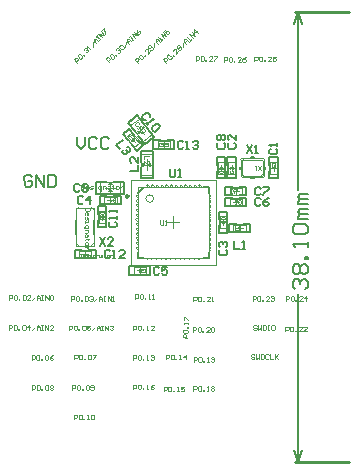
<source format=gto>
G04 Layer_Color=65535*
%FSAX25Y25*%
%MOIN*%
G70*
G01*
G75*
%ADD24C,0.01000*%
%ADD26C,0.00600*%
%ADD29C,0.00800*%
%ADD31C,0.00200*%
%ADD32C,0.00300*%
%ADD33C,0.00394*%
%ADD37C,0.00984*%
%ADD38C,0.00787*%
%ADD39C,0.00276*%
D24*
X0040700Y-0080000D02*
X0058700D01*
X0040700Y0070000D02*
X0058700D01*
D26*
X-0025626Y0013468D02*
X-0021984D01*
X-0020016D02*
X-0016374D01*
X-0025626Y0009532D02*
X-0021984D01*
X-0020016D02*
X-0016374D01*
Y0013468D01*
X-0025626Y0009532D02*
Y0013468D01*
X-0002216Y0024522D02*
X0000343D01*
X-0006744D02*
X-0004185D01*
X-0002216Y0027278D02*
X0000343D01*
X-0006744D02*
X-0004185D01*
X-0006744Y0024522D02*
Y0027278D01*
X0000343Y0024522D02*
Y0027278D01*
X0030651Y0017864D02*
Y0018337D01*
X0025769Y0014636D02*
X0027029D01*
X0022147Y0017864D02*
Y0018337D01*
X0025769Y0021565D02*
X0027029D01*
X-0012276Y0023820D02*
X-0010165Y0025591D01*
X-0016831Y0029249D02*
X-0014720Y0031020D01*
X-0013075Y0029060D01*
X-0011809Y0027552D02*
X-0010165Y0025591D01*
X-0016831Y0029249D02*
X-0015186Y0027288D01*
X-0013920Y0025780D02*
X-0012276Y0023820D01*
X-0010869Y0014594D02*
Y0018236D01*
Y0020205D02*
Y0023846D01*
X-0006932Y0014594D02*
Y0018236D01*
Y0020205D02*
Y0023846D01*
X-0010869Y0014594D02*
X-0006932D01*
X-0010869Y0023846D02*
X-0006932D01*
X0025643Y-0003378D02*
Y-0000622D01*
X0018556Y-0003378D02*
Y-0000622D01*
X0021115D01*
X0023084D02*
X0025643D01*
X0018556Y-0003378D02*
X0021115D01*
X0023084D02*
X0025643D01*
X-0025178Y-0001743D02*
Y0000816D01*
Y0002785D02*
Y0005344D01*
X-0022422Y-0001743D02*
Y0000816D01*
Y0002785D02*
Y0005344D01*
X-0025178D02*
X-0022422D01*
X-0025178Y-0001743D02*
X-0022422D01*
X-0011672Y0028801D02*
X-0009332Y0026011D01*
X-0015279Y0033098D02*
X-0012938Y0030309D01*
X-0008657Y0031331D02*
X-0006316Y0028542D01*
X-0012263Y0035629D02*
X-0009922Y0032839D01*
X-0015279Y0033098D02*
X-0012263Y0035629D01*
X-0009332Y0026011D02*
X-0006316Y0028542D01*
X0017278Y0019085D02*
Y0021644D01*
Y0014557D02*
Y0017116D01*
X0014522Y0019085D02*
Y0021644D01*
Y0014557D02*
Y0017116D01*
Y0014557D02*
X0017278D01*
X0014522Y0021644D02*
X0017278D01*
X0021784Y0008922D02*
X0024343D01*
X0017256D02*
X0019815D01*
X0021784Y0011678D02*
X0024343D01*
X0017256D02*
X0019815D01*
X0017256Y0008922D02*
Y0011678D01*
X0024343Y0008922D02*
Y0011678D01*
X0017257Y0008178D02*
X0019816D01*
X0021785D02*
X0024344D01*
X0017257Y0005422D02*
X0019816D01*
X0021785D02*
X0024344D01*
Y0008178D01*
X0017257Y0005422D02*
Y0008178D01*
X-0014743Y-0014722D02*
X-0012184D01*
X-0010215D02*
X-0007656D01*
X-0014743Y-0017478D02*
X-0012184D01*
X-0010215D02*
X-0007656D01*
Y-0014722D01*
X-0014743Y-0017478D02*
Y-0014722D01*
X-0024543Y0008778D02*
X-0021984D01*
X-0020015D02*
X-0017456D01*
X-0024543Y0006022D02*
X-0021984D01*
X-0020015D02*
X-0017456D01*
Y0008778D01*
X-0024543Y0006022D02*
Y0008778D01*
X0015122Y-0003543D02*
Y-0000984D01*
Y0000985D02*
Y0003544D01*
X0017878Y-0003543D02*
Y-0000984D01*
Y0000985D02*
Y0003544D01*
X0015122D02*
X0017878D01*
X0015122Y-0003543D02*
X0017878D01*
X0020778Y0019085D02*
Y0021644D01*
Y0014557D02*
Y0017116D01*
X0018022Y0019085D02*
Y0021644D01*
Y0014557D02*
Y0017116D01*
Y0014557D02*
X0020778D01*
X0018022Y0021644D02*
X0020778D01*
X0032021Y0014558D02*
Y0017117D01*
Y0019085D02*
Y0021644D01*
X0034777Y0014558D02*
Y0017117D01*
Y0019085D02*
Y0021644D01*
X0032021D02*
X0034777D01*
X0032021Y0014558D02*
X0034777D01*
X-0032943Y-0009222D02*
X-0030384D01*
X-0028415D02*
X-0025856D01*
X-0032943Y-0011978D02*
X-0030384D01*
X-0028415D02*
X-0025856D01*
Y-0009222D01*
X-0032943Y-0011978D02*
Y-0009222D01*
X0003299Y0026749D02*
X0002850Y0027199D01*
X0001950D01*
X0001500Y0026749D01*
Y0024950D01*
X0001950Y0024500D01*
X0002850D01*
X0003299Y0024950D01*
X0004199Y0024500D02*
X0005099D01*
X0004649D01*
Y0027199D01*
X0004199Y0026749D01*
X0006448D02*
X0006898Y0027199D01*
X0007798D01*
X0008248Y0026749D01*
Y0026299D01*
X0007798Y0025850D01*
X0007348D01*
X0007798D01*
X0008248Y0025400D01*
Y0024950D01*
X0007798Y0024500D01*
X0006898D01*
X0006448Y0024950D01*
X-0021149Y0000099D02*
X-0021599Y-0000350D01*
Y-0001250D01*
X-0021149Y-0001700D01*
X-0019350D01*
X-0018900Y-0001250D01*
Y-0000350D01*
X-0019350Y0000099D01*
X-0018900Y0000999D02*
Y0001899D01*
Y0001449D01*
X-0021599D01*
X-0021149Y0000999D01*
X-0018900Y0003248D02*
Y0004148D01*
Y0003698D01*
X-0021599D01*
X-0021149Y0003248D01*
X-0024600Y-0005101D02*
X-0022801Y-0007800D01*
Y-0005101D02*
X-0024600Y-0007800D01*
X-0020101D02*
X-0021901D01*
X-0020101Y-0006001D01*
Y-0005551D01*
X-0020551Y-0005101D01*
X-0021451D01*
X-0021901Y-0005551D01*
X0015625Y-0009182D02*
X0015175Y-0009632D01*
Y-0010531D01*
X0015625Y-0010981D01*
X0017424D01*
X0017874Y-0010531D01*
Y-0009632D01*
X0017424Y-0009182D01*
X0015625Y-0008282D02*
X0015175Y-0007832D01*
Y-0006933D01*
X0015625Y-0006483D01*
X0016075D01*
X0016525Y-0006933D01*
Y-0007382D01*
Y-0006933D01*
X0016975Y-0006483D01*
X0017424D01*
X0017874Y-0006933D01*
Y-0007832D01*
X0017424Y-0008282D01*
X0020274Y-0006282D02*
Y-0008981D01*
X0022074D01*
X0022973D02*
X0023873D01*
X0023423D01*
Y-0006282D01*
X0022973Y-0006732D01*
X-0001100Y0017799D02*
Y0015550D01*
X-0000650Y0015100D01*
X0000250D01*
X0000699Y0015550D01*
Y0017799D01*
X0001599Y0015100D02*
X0002499D01*
X0002049D01*
Y0017799D01*
X0001599Y0017349D01*
X0018525Y0026347D02*
X0018075Y0025897D01*
Y0024998D01*
X0018525Y0024548D01*
X0020325D01*
X0020774Y0024998D01*
Y0025897D01*
X0020325Y0026347D01*
X0020774Y0029046D02*
Y0027247D01*
X0018975Y0029046D01*
X0018525D01*
X0018075Y0028597D01*
Y0027697D01*
X0018525Y0027247D01*
X0029074Y0007696D02*
X0028625Y0008146D01*
X0027725D01*
X0027275Y0007696D01*
Y0005897D01*
X0027725Y0005447D01*
X0028625D01*
X0029074Y0005897D01*
X0031774Y0008146D02*
X0030874Y0007696D01*
X0029974Y0006797D01*
Y0005897D01*
X0030424Y0005447D01*
X0031324D01*
X0031774Y0005897D01*
Y0006347D01*
X0031324Y0006797D01*
X0029974D01*
X-0031226Y0012368D02*
X-0031676Y0012818D01*
X-0032576D01*
X-0033026Y0012368D01*
Y0010569D01*
X-0032576Y0010119D01*
X-0031676D01*
X-0031226Y0010569D01*
X-0030327D02*
X-0029877Y0010119D01*
X-0028977D01*
X-0028527Y0010569D01*
Y0012368D01*
X-0028977Y0012818D01*
X-0029877D01*
X-0030327Y0012368D01*
Y0011918D01*
X-0029877Y0011468D01*
X-0028527D01*
X0015025Y0026347D02*
X0014575Y0025897D01*
Y0024998D01*
X0015025Y0024548D01*
X0016825D01*
X0017274Y0024998D01*
Y0025897D01*
X0016825Y0026347D01*
X0015025Y0027247D02*
X0014575Y0027697D01*
Y0028597D01*
X0015025Y0029046D01*
X0015475D01*
X0015925Y0028597D01*
X0016375Y0029046D01*
X0016825D01*
X0017274Y0028597D01*
Y0027697D01*
X0016825Y0027247D01*
X0016375D01*
X0015925Y0027697D01*
X0015475Y0027247D01*
X0015025D01*
X0015925Y0027697D02*
Y0028597D01*
X0024499Y0025600D02*
X0026299Y0022901D01*
Y0025600D02*
X0024499Y0022901D01*
X0027198D02*
X0028098D01*
X0027648D01*
Y0025600D01*
X0027198Y0025150D01*
X0032450Y0024500D02*
X0032000Y0024050D01*
Y0023151D01*
X0032450Y0022701D01*
X0034249D01*
X0034699Y0023151D01*
Y0024050D01*
X0034249Y0024500D01*
X0034699Y0025400D02*
Y0026300D01*
Y0025850D01*
X0032000D01*
X0032450Y0025400D01*
X0029074Y0011197D02*
X0028625Y0011646D01*
X0027725D01*
X0027275Y0011197D01*
Y0009397D01*
X0027725Y0008947D01*
X0028625D01*
X0029074Y0009397D01*
X0029974Y0011646D02*
X0031774D01*
Y0011197D01*
X0029974Y0009397D01*
Y0008947D01*
X-0004701Y-0015282D02*
X-0005151Y-0014832D01*
X-0006050D01*
X-0006500Y-0015282D01*
Y-0017081D01*
X-0006050Y-0017531D01*
X-0005151D01*
X-0004701Y-0017081D01*
X-0002002Y-0014832D02*
X-0003801D01*
Y-0016182D01*
X-0002902Y-0015732D01*
X-0002452D01*
X-0002002Y-0016182D01*
Y-0017081D01*
X-0002452Y-0017531D01*
X-0003351D01*
X-0003801Y-0017081D01*
X-0030126Y0008268D02*
X-0030576Y0008718D01*
X-0031476D01*
X-0031926Y0008268D01*
Y0006469D01*
X-0031476Y0006019D01*
X-0030576D01*
X-0030126Y0006469D01*
X-0027877Y0006019D02*
Y0008718D01*
X-0029227Y0007368D01*
X-0027427D01*
X-0014499Y0017120D02*
X-0011800D01*
Y0018920D01*
Y0021619D02*
Y0019819D01*
X-0013599Y0021619D01*
X-0014049D01*
X-0014499Y0021169D01*
Y0020269D01*
X-0014049Y0019819D01*
X-0016932Y0027535D02*
X-0019000Y0025800D01*
X-0017843Y0024422D01*
X-0015542Y0025178D02*
X-0014908Y0025123D01*
X-0014330Y0024433D01*
X-0014385Y0023800D01*
X-0014730Y0023511D01*
X-0015364Y0023566D01*
X-0015653Y0023911D01*
X-0015364Y0023566D01*
X-0015419Y0022932D01*
X-0015764Y0022643D01*
X-0016398Y0022698D01*
X-0016976Y0023388D01*
X-0016920Y0024022D01*
X-0007820Y0035167D02*
X-0007765Y0035801D01*
X-0008343Y0036490D01*
X-0008977Y0036546D01*
X-0010355Y0035389D01*
X-0010411Y0034755D01*
X-0009832Y0034066D01*
X-0009199Y0034011D01*
X-0008965Y0033032D02*
X-0008387Y0032343D01*
X-0008676Y0032688D01*
X-0006608Y0034423D01*
X-0007242Y0034478D01*
X-0005796Y0032755D02*
X-0005162Y0032700D01*
X-0004584Y0032010D01*
X-0004640Y0031377D01*
X-0006018Y0030220D01*
X-0006652Y0030275D01*
X-0007230Y0030965D01*
X-0007175Y0031598D01*
X-0005796Y0032755D01*
X-0021126Y-0009732D02*
X-0021576Y-0009282D01*
X-0022476D01*
X-0022926Y-0009732D01*
Y-0011531D01*
X-0022476Y-0011981D01*
X-0021576D01*
X-0021126Y-0011531D01*
X-0020227Y-0011981D02*
X-0019327D01*
X-0019777D01*
Y-0009282D01*
X-0020227Y-0009732D01*
X-0016178Y-0011981D02*
X-0017977D01*
X-0016178Y-0010182D01*
Y-0009732D01*
X-0016628Y-0009282D01*
X-0017527D01*
X-0017977Y-0009732D01*
X0040634Y-0022428D02*
X0039801Y-0021595D01*
Y-0019929D01*
X0040634Y-0019096D01*
X0041467D01*
X0042300Y-0019929D01*
Y-0020762D01*
Y-0019929D01*
X0043133Y-0019096D01*
X0043966D01*
X0044799Y-0019929D01*
Y-0021595D01*
X0043966Y-0022428D01*
X0040634Y-0017430D02*
X0039801Y-0016597D01*
Y-0014931D01*
X0040634Y-0014098D01*
X0041467D01*
X0042300Y-0014931D01*
X0043133Y-0014098D01*
X0043966D01*
X0044799Y-0014931D01*
Y-0016597D01*
X0043966Y-0017430D01*
X0043133D01*
X0042300Y-0016597D01*
X0041467Y-0017430D01*
X0040634D01*
X0042300Y-0016597D02*
Y-0014931D01*
X0044799Y-0012431D02*
X0043966D01*
Y-0011598D01*
X0044799D01*
Y-0012431D01*
Y-0008266D02*
Y-0006600D01*
Y-0007433D01*
X0039801D01*
X0040634Y-0008266D01*
Y-0004101D02*
X0039801Y-0003268D01*
Y-0001602D01*
X0040634Y-0000769D01*
X0043966D01*
X0044799Y-0001602D01*
Y-0003268D01*
X0043966Y-0004101D01*
X0040634D01*
X0044799Y0000898D02*
X0041467D01*
Y0001731D01*
X0042300Y0002564D01*
X0044799D01*
X0042300D01*
X0041467Y0003397D01*
X0042300Y0004230D01*
X0044799D01*
Y0005896D02*
X0041467D01*
Y0006729D01*
X0042300Y0007562D01*
X0044799D01*
X0042300D01*
X0041467Y0008395D01*
X0042300Y0009228D01*
X0044799D01*
D29*
X0041700Y-0080000D02*
Y-0024028D01*
Y0010828D02*
Y0070000D01*
Y-0080000D02*
X0043033Y-0076000D01*
X0040367D02*
X0041700Y-0080000D01*
X0040367Y0066000D02*
X0041700Y0070000D01*
X0043033Y0066000D01*
D31*
X-0031471Y-0010483D02*
X-0031467Y-0011683D01*
X-0030867Y-0011681D01*
X-0030668Y-0011480D01*
X-0030670Y-0010680D01*
X-0030871Y-0010481D01*
X-0031471Y-0010483D01*
X-0029667Y-0011677D02*
X-0030067Y-0011678D01*
X-0030268Y-0011479D01*
X-0030269Y-0011079D01*
X-0030070Y-0010878D01*
X-0029670Y-0010877D01*
X-0029470Y-0011076D01*
X-0029469Y-0011276D01*
X-0030269Y-0011279D01*
X-0029068Y-0011675D02*
X-0028468Y-0011673D01*
X-0028269Y-0011472D01*
X-0028469Y-0011273D01*
X-0028869Y-0011274D01*
X-0029070Y-0011075D01*
X-0028870Y-0010874D01*
X-0028271Y-0010872D01*
X-0027868Y-0011671D02*
X-0027468Y-0011670D01*
X-0027668Y-0011670D01*
X-0027671Y-0010870D01*
X-0027871Y-0010871D01*
X-0026467Y-0012066D02*
X-0026267Y-0012065D01*
X-0026068Y-0011865D01*
X-0026071Y-0010865D01*
X-0026671Y-0010867D01*
X-0026870Y-0011068D01*
X-0026869Y-0011468D01*
X-0026669Y-0011667D01*
X-0026069Y-0011665D01*
X-0025669Y-0011664D02*
X-0025671Y-0010864D01*
X-0025072Y-0010862D01*
X-0024871Y-0011061D01*
X-0024869Y-0011661D01*
X-0024272Y-0010859D02*
X-0023872Y-0010858D01*
X-0023672Y-0011057D01*
X-0023670Y-0011657D01*
X-0024269Y-0011659D01*
X-0024470Y-0011460D01*
X-0024271Y-0011259D01*
X-0023671Y-0011257D01*
X-0023073Y-0010655D02*
X-0023072Y-0010855D01*
X-0023272Y-0010856D01*
X-0022872Y-0010855D01*
X-0023072Y-0010855D01*
X-0023070Y-0011455D01*
X-0022870Y-0011654D01*
X-0022070Y-0011652D02*
X-0021670Y-0011650D01*
X-0021471Y-0011450D01*
X-0021472Y-0011050D01*
X-0021673Y-0010851D01*
X-0022073Y-0010852D01*
X-0022272Y-0011052D01*
X-0022271Y-0011452D01*
X-0022070Y-0011652D01*
X-0021073Y-0010849D02*
X-0021070Y-0011648D01*
X-0021072Y-0011248D01*
X-0020872Y-0011048D01*
X-0020673Y-0010847D01*
X-0020473Y-0010847D01*
X-0004100Y0026300D02*
X-0004300Y0026500D01*
X-0004700D01*
X-0004900Y0026300D01*
Y0025500D01*
X-0004700Y0025300D01*
X-0004300D01*
X-0004100Y0025500D01*
X-0003700Y0025300D02*
X-0003300D01*
X-0003500D01*
Y0026500D01*
X-0003700Y0026300D01*
X-0002701D02*
X-0002501Y0026500D01*
X-0002101D01*
X-0001901Y0026300D01*
Y0026100D01*
X-0002101Y0025900D01*
X-0002301D01*
X-0002101D01*
X-0001901Y0025700D01*
Y0025500D01*
X-0002101Y0025300D01*
X-0002501D01*
X-0002701Y0025500D01*
X-0014131Y0029108D02*
X-0015049Y0028337D01*
X-0014536Y0027724D01*
X-0013513Y0028060D02*
X-0013231Y0028036D01*
X-0012974Y0027729D01*
X-0012999Y0027448D01*
X-0013152Y0027319D01*
X-0013433Y0027344D01*
X-0013562Y0027497D01*
X-0013433Y0027344D01*
X-0013458Y0027062D01*
X-0013611Y0026934D01*
X-0013893Y0026958D01*
X-0014150Y0027264D01*
X-0014125Y0027546D01*
X0020400Y-0001400D02*
Y-0002600D01*
X0021200D01*
X0021600D02*
X0022000D01*
X0021800D01*
Y-0001400D01*
X0021600Y-0001600D01*
X-0023400Y0002700D02*
X-0023200Y0002900D01*
Y0003300D01*
X-0023400Y0003500D01*
X-0024200D01*
X-0024400Y0003300D01*
Y0002900D01*
X-0024200Y0002700D01*
X-0024400Y0002300D02*
Y0001901D01*
Y0002101D01*
X-0023200D01*
X-0023400Y0002300D01*
X-0024400Y0001301D02*
Y0000901D01*
Y0001101D01*
X-0023200D01*
X-0023400Y0001301D01*
X0015500Y0017200D02*
X0015300Y0017000D01*
Y0016601D01*
X0015500Y0016401D01*
X0016299D01*
X0016499Y0016601D01*
Y0017000D01*
X0016299Y0017200D01*
X0015500Y0017600D02*
X0015300Y0017800D01*
Y0018200D01*
X0015500Y0018400D01*
X0015700D01*
X0015900Y0018200D01*
X0016100Y0018400D01*
X0016299D01*
X0016499Y0018200D01*
Y0017800D01*
X0016299Y0017600D01*
X0016100D01*
X0015900Y0017800D01*
X0015700Y0017600D01*
X0015500D01*
X0015900Y0017800D02*
Y0018200D01*
X0019900Y0010700D02*
X0019700Y0010900D01*
X0019300D01*
X0019100Y0010700D01*
Y0009900D01*
X0019300Y0009700D01*
X0019700D01*
X0019900Y0009900D01*
X0020300Y0010900D02*
X0021099D01*
Y0010700D01*
X0020300Y0009900D01*
Y0009700D01*
X0021700Y0006400D02*
X0021900Y0006200D01*
X0022300D01*
X0022500Y0006400D01*
Y0007200D01*
X0022300Y0007400D01*
X0021900D01*
X0021700Y0007200D01*
X0020501Y0006200D02*
X0020900Y0006400D01*
X0021300Y0006800D01*
Y0007200D01*
X0021101Y0007400D01*
X0020701D01*
X0020501Y0007200D01*
Y0007000D01*
X0020701Y0006800D01*
X0021300D01*
X-0010300Y-0016500D02*
X-0010100Y-0016700D01*
X-0009700D01*
X-0009500Y-0016500D01*
Y-0015700D01*
X-0009700Y-0015500D01*
X-0010100D01*
X-0010300Y-0015700D01*
X-0011499Y-0016700D02*
X-0010700D01*
Y-0016100D01*
X-0011100Y-0016300D01*
X-0011299D01*
X-0011499Y-0016100D01*
Y-0015700D01*
X-0011299Y-0015500D01*
X-0010900D01*
X-0010700Y-0015700D01*
X-0020100Y0007000D02*
X-0019900Y0006800D01*
X-0019500D01*
X-0019300Y0007000D01*
Y0007800D01*
X-0019500Y0008000D01*
X-0019900D01*
X-0020100Y0007800D01*
X-0021099Y0008000D02*
Y0006800D01*
X-0020500Y0007400D01*
X-0021299D01*
X0016900Y0000900D02*
X0017100Y0001100D01*
Y0001500D01*
X0016900Y0001700D01*
X0016100D01*
X0015900Y0001500D01*
Y0001100D01*
X0016100Y0000900D01*
X0016900Y0000500D02*
X0017100Y0000301D01*
Y-0000099D01*
X0016900Y-0000299D01*
X0016700D01*
X0016500Y-0000099D01*
Y0000100D01*
Y-0000099D01*
X0016300Y-0000299D01*
X0016100D01*
X0015900Y-0000099D01*
Y0000301D01*
X0016100Y0000500D01*
X0019000Y0017200D02*
X0018800Y0017000D01*
Y0016601D01*
X0019000Y0016401D01*
X0019799D01*
X0019999Y0016601D01*
Y0017000D01*
X0019799Y0017200D01*
X0019999Y0018400D02*
Y0017600D01*
X0019200Y0018400D01*
X0019000D01*
X0018800Y0018200D01*
Y0017800D01*
X0019000Y0017600D01*
X0033799Y0019001D02*
X0033999Y0019201D01*
Y0019601D01*
X0033799Y0019801D01*
X0032999D01*
X0032799Y0019601D01*
Y0019201D01*
X0032999Y0019001D01*
X0032799Y0018601D02*
Y0018201D01*
Y0018401D01*
X0033999D01*
X0033799Y0018601D01*
D32*
X-0027900Y0004799D02*
X-0029400D01*
Y0004050D01*
X-0029150Y0003799D01*
X-0028150D01*
X-0027900Y0004050D01*
Y0004799D01*
X-0029400Y0002550D02*
Y0003050D01*
X-0029150Y0003300D01*
X-0028650D01*
X-0028400Y0003050D01*
Y0002550D01*
X-0028650Y0002300D01*
X-0028900D01*
Y0003300D01*
X-0029400Y0001800D02*
Y0001050D01*
X-0029150Y0000800D01*
X-0028900Y0001050D01*
Y0001550D01*
X-0028650Y0001800D01*
X-0028400Y0001550D01*
Y0000800D01*
X-0029400Y0000301D02*
Y-0000199D01*
Y0000051D01*
X-0028400D01*
Y0000301D01*
X-0029900Y-0001449D02*
Y-0001699D01*
X-0029650Y-0001949D01*
X-0028400D01*
Y-0001199D01*
X-0028650Y-0000949D01*
X-0029150D01*
X-0029400Y-0001199D01*
Y-0001949D01*
Y-0002448D02*
X-0028400D01*
Y-0003198D01*
X-0028650Y-0003448D01*
X-0029400D01*
X-0028400Y-0004198D02*
Y-0004698D01*
X-0028650Y-0004948D01*
X-0029400D01*
Y-0004198D01*
X-0029150Y-0003948D01*
X-0028900Y-0004198D01*
Y-0004948D01*
X-0028150Y-0005697D02*
X-0028400D01*
Y-0005447D01*
Y-0005947D01*
Y-0005697D01*
X-0029150D01*
X-0029400Y-0005947D01*
Y-0006947D02*
Y-0007447D01*
X-0029150Y-0007697D01*
X-0028650D01*
X-0028400Y-0007447D01*
Y-0006947D01*
X-0028650Y-0006697D01*
X-0029150D01*
X-0029400Y-0006947D01*
X-0028400Y-0008197D02*
X-0029400D01*
X-0028900D01*
X-0028650Y-0008447D01*
X-0028400Y-0008697D01*
Y-0008946D01*
X-0030715Y0012472D02*
Y0010973D01*
X-0029965D01*
X-0029715Y0011223D01*
Y0012223D01*
X-0029965Y0012472D01*
X-0030715D01*
X-0028466Y0010973D02*
X-0028965D01*
X-0029215Y0011223D01*
Y0011723D01*
X-0028965Y0011973D01*
X-0028466D01*
X-0028216Y0011723D01*
Y0011473D01*
X-0029215D01*
X-0027716Y0010973D02*
X-0026966D01*
X-0026716Y0011223D01*
X-0026966Y0011473D01*
X-0027466D01*
X-0027716Y0011723D01*
X-0027466Y0011973D01*
X-0026716D01*
X-0026216Y0010973D02*
X-0025716D01*
X-0025966D01*
Y0011973D01*
X-0026216D01*
X-0024467Y0010473D02*
X-0024217D01*
X-0023967Y0010723D01*
Y0011973D01*
X-0024717D01*
X-0024967Y0011723D01*
Y0011223D01*
X-0024717Y0010973D01*
X-0023967D01*
X-0023467D02*
Y0011973D01*
X-0022717D01*
X-0022467Y0011723D01*
Y0010973D01*
X-0021718Y0011973D02*
X-0021218D01*
X-0020968Y0011723D01*
Y0010973D01*
X-0021718D01*
X-0021968Y0011223D01*
X-0021718Y0011473D01*
X-0020968D01*
X-0020218Y0012223D02*
Y0011973D01*
X-0020468D01*
X-0019968D01*
X-0020218D01*
Y0011223D01*
X-0019968Y0010973D01*
X-0018969D02*
X-0018469D01*
X-0018219Y0011223D01*
Y0011723D01*
X-0018469Y0011973D01*
X-0018969D01*
X-0019218Y0011723D01*
Y0011223D01*
X-0018969Y0010973D01*
X-0017719Y0011973D02*
Y0010973D01*
Y0011473D01*
X-0017469Y0011723D01*
X-0017219Y0011973D01*
X-0016969D01*
X0029155Y0017389D02*
X0028156Y0018888D01*
Y0017389D02*
X0029155Y0018888D01*
X0027656D02*
X0027156D01*
X0027406D01*
Y0017389D01*
X0027656Y0017639D01*
X-0004331Y0000712D02*
Y-0000538D01*
X-0004081Y-0000787D01*
X-0003581D01*
X-0003331Y-0000538D01*
Y0000712D01*
X-0002831Y-0000787D02*
X-0002331D01*
X-0002581D01*
Y0000712D01*
X-0002831Y0000462D01*
X-0008188Y0021976D02*
X-0009687D01*
Y0020977D01*
Y0019477D02*
Y0020477D01*
X-0008688Y0019477D01*
X-0008438D01*
X-0008188Y0019727D01*
Y0020227D01*
X-0008438Y0020477D01*
X-0011358Y0032565D02*
X-0011327Y0032917D01*
X-0011648Y0033300D01*
X-0012000Y0033331D01*
X-0012766Y0032688D01*
X-0012797Y0032336D01*
X-0012476Y0031953D01*
X-0012124Y0031922D01*
X-0011994Y0031379D02*
X-0011672Y0030996D01*
X-0011833Y0031187D01*
X-0010684Y0032151D01*
X-0011037Y0032182D01*
X-0010233Y0031225D02*
X-0009881Y0031194D01*
X-0009560Y0030811D01*
X-0009591Y0030459D01*
X-0010357Y0029816D01*
X-0010709Y0029847D01*
X-0011030Y0030230D01*
X-0010999Y0030582D01*
X-0010233Y0031225D01*
D33*
X0022856Y0014951D02*
G03*
X0022462Y0015345I-0000394J0000000D01*
G01*
Y0020857D02*
G03*
X0022856Y0021250I0000000J0000394D01*
G01*
X0029943D02*
G03*
X0030336Y0020857I0000394J0000000D01*
G01*
Y0015345D02*
G03*
X0029943Y0014951I0000000J-0000394D01*
G01*
X0023368Y0020739D02*
G03*
X0022974Y0020345I0000000J-0000394D01*
G01*
X0029825D02*
G03*
X0029431Y0020739I-0000394J0000000D01*
G01*
X0022974Y0015857D02*
G03*
X0023368Y0015463I0000394J0000000D01*
G01*
X0029431D02*
G03*
X0029825Y0015857I0000000J0000394D01*
G01*
X-0012090Y0007564D02*
G03*
X-0012090Y0006814I0000000J-0000375D01*
G01*
Y0005990D02*
G03*
X-0012090Y0005240I0000000J-0000375D01*
G01*
Y0004415D02*
G03*
X-0012090Y0003665I0000000J-0000375D01*
G01*
Y0002840D02*
G03*
X-0012090Y0002090I0000000J-0000375D01*
G01*
Y0001265D02*
G03*
X-0012090Y0000515I0000000J-0000375D01*
G01*
Y-0000310D02*
G03*
X-0012090Y-0001060I0000000J-0000375D01*
G01*
Y-0001884D02*
G03*
X-0012090Y-0002634I0000000J-0000375D01*
G01*
Y-0003459D02*
G03*
X-0012090Y-0004209I0000000J-0000375D01*
G01*
Y-0005034D02*
G03*
X-0012090Y-0005784I0000000J-0000375D01*
G01*
Y-0006609D02*
G03*
X-0012090Y-0007359I0000000J-0000375D01*
G01*
Y-0008184D02*
G03*
X-0012090Y-0008934I0000000J-0000375D01*
G01*
Y0009139D02*
G03*
X-0012090Y0008389I0000000J-0000375D01*
G01*
X-0006615Y0007874D02*
G03*
X-0006615Y0007874I-0001259J0000000D01*
G01*
X-0009139Y-0012090D02*
G03*
X-0008389Y-0012090I0000375J0000000D01*
G01*
X0008184D02*
G03*
X0008934Y-0012090I0000375J0000000D01*
G01*
X0006609D02*
G03*
X0007359Y-0012090I0000375J0000000D01*
G01*
X0005034D02*
G03*
X0005784Y-0012090I0000375J0000000D01*
G01*
X0003459Y-0012090D02*
G03*
X0004209Y-0012090I0000375J0000000D01*
G01*
X0001884D02*
G03*
X0002634Y-0012090I0000375J0000000D01*
G01*
X0000310D02*
G03*
X0001060Y-0012090I0000375J0000000D01*
G01*
X-0001265Y-0012090D02*
G03*
X-0000515Y-0012090I0000375J0000000D01*
G01*
X-0002840Y-0012090D02*
G03*
X-0002090Y-0012090I0000375J0000000D01*
G01*
X-0004415Y-0012090D02*
G03*
X-0003665Y-0012090I0000375J0000000D01*
G01*
X-0005990D02*
G03*
X-0005240Y-0012090I0000375J0000000D01*
G01*
X-0007564D02*
G03*
X-0006814Y-0012090I0000375J0000000D01*
G01*
X0012090Y-0009139D02*
G03*
X0012090Y-0008389I0000000J0000375D01*
G01*
Y0008184D02*
G03*
X0012090Y0008934I0000000J0000375D01*
G01*
Y0006609D02*
G03*
X0012090Y0007359I0000000J0000375D01*
G01*
Y0005034D02*
G03*
X0012090Y0005784I0000000J0000375D01*
G01*
X0012090Y0003459D02*
G03*
X0012090Y0004209I0000000J0000375D01*
G01*
Y0001884D02*
G03*
X0012090Y0002634I0000000J0000375D01*
G01*
Y0000310D02*
G03*
X0012090Y0001060I0000000J0000375D01*
G01*
X0012090Y-0001265D02*
G03*
X0012090Y-0000515I0000000J0000375D01*
G01*
X0012090Y-0002840D02*
G03*
X0012090Y-0002090I0000000J0000375D01*
G01*
X0012090Y-0004415D02*
G03*
X0012090Y-0003665I0000000J0000375D01*
G01*
Y-0005990D02*
G03*
X0012090Y-0005240I0000000J0000375D01*
G01*
Y-0007564D02*
G03*
X0012090Y-0006814I0000000J0000375D01*
G01*
X0009139Y0012090D02*
G03*
X0008389Y0012090I-0000375J0000000D01*
G01*
X-0008184D02*
G03*
X-0008934Y0012090I-0000375J0000000D01*
G01*
X-0006609D02*
G03*
X-0007359Y0012090I-0000375J0000000D01*
G01*
X-0005034D02*
G03*
X-0005784Y0012090I-0000375J0000000D01*
G01*
X-0003459Y0012090D02*
G03*
X-0004209Y0012090I-0000375J0000000D01*
G01*
X-0001884D02*
G03*
X-0002634Y0012090I-0000375J0000000D01*
G01*
X-0000310D02*
G03*
X-0001060Y0012090I-0000375J0000000D01*
G01*
X0001265Y0012090D02*
G03*
X0000515Y0012090I-0000375J0000000D01*
G01*
X0002840Y0012090D02*
G03*
X0002090Y0012090I-0000375J0000000D01*
G01*
X0004415Y0012090D02*
G03*
X0003665Y0012090I-0000375J0000000D01*
G01*
X0005990D02*
G03*
X0005240Y0012090I-0000375J0000000D01*
G01*
X0007564D02*
G03*
X0006814Y0012090I-0000375J0000000D01*
G01*
X-0017653Y0009728D02*
Y0013272D01*
X-0024347Y0009728D02*
Y0013272D01*
Y0009728D02*
X-0017653D01*
X-0024347Y0013272D02*
X-0017653D01*
X-0005267Y0024817D02*
X-0001133D01*
X-0005267Y0026983D02*
X-0001133D01*
Y0024817D02*
Y0026983D01*
X-0005267Y0024817D02*
Y0026983D01*
X-0032353Y-0007799D02*
Y0004799D01*
X-0026447D01*
Y-0007799D02*
Y0004799D01*
X-0032353Y-0007799D02*
X-0026447D01*
X0030336Y0015345D02*
Y0020857D01*
X0022856Y0021250D02*
X0029943D01*
X0022462Y0015345D02*
Y0020857D01*
X0022856Y0014951D02*
X0029943D01*
X0023368Y0020739D02*
X0029431D01*
X0023368Y0015463D02*
X0029431D01*
X0029825Y0015857D02*
Y0020345D01*
X0022974Y0015857D02*
Y0020345D01*
X-0011811Y-0011811D02*
X0011811D01*
X-0011811Y0011811D02*
X0011811D01*
Y-0011811D02*
Y0011811D01*
X-0012090Y0006814D02*
X-0011811D01*
X-0012090Y0007564D02*
X-0011811D01*
X-0012090Y0005240D02*
X-0011811D01*
X-0012090Y0005990D02*
X-0011811D01*
X-0012090Y0003665D02*
X-0011811D01*
X-0012090Y0004415D02*
X-0011811D01*
X-0012090Y0002090D02*
X-0011811D01*
X-0012090Y0002840D02*
X-0011811D01*
X-0012090Y0000515D02*
X-0011811D01*
X-0012090Y0001265D02*
X-0011811D01*
X-0012090Y-0001060D02*
X-0011811D01*
X-0012090Y-0000310D02*
X-0011811D01*
X-0012090Y-0002634D02*
X-0011811D01*
X-0012090Y-0001884D02*
X-0011811D01*
X-0012090Y-0004209D02*
X-0011811D01*
X-0012090Y-0003459D02*
X-0011811D01*
X-0012090Y-0005784D02*
X-0011811D01*
X-0012090Y-0005034D02*
X-0011811D01*
X-0012090Y-0007359D02*
X-0011811D01*
X-0012090Y-0006609D02*
X-0011811D01*
X-0012090Y-0008934D02*
X-0011811D01*
X-0012090Y-0008184D02*
X-0011811D01*
X-0012090Y0008389D02*
X-0011811D01*
X-0012090Y0009139D02*
X-0011811D01*
X-0011811Y-0011811D02*
Y0011811D01*
X-0009139Y-0012090D02*
Y-0011811D01*
X-0008389Y-0012090D02*
Y-0011811D01*
X0008184Y-0012090D02*
Y-0011811D01*
X0008934Y-0012090D02*
Y-0011811D01*
X0006609Y-0012090D02*
Y-0011811D01*
X0007359Y-0012090D02*
Y-0011811D01*
X0005034Y-0012090D02*
Y-0011811D01*
X0005784Y-0012090D02*
Y-0011811D01*
X0003459Y-0012090D02*
Y-0011811D01*
X0004209Y-0012090D02*
Y-0011811D01*
X0001884Y-0012090D02*
Y-0011811D01*
X0002634D02*
X0002634Y-0012090D01*
X0000310Y-0012090D02*
Y-0011811D01*
X0001060Y-0012090D02*
Y-0011811D01*
X-0001265Y-0012090D02*
Y-0011811D01*
X-0000515Y-0012090D02*
Y-0011811D01*
X-0002840Y-0012090D02*
X-0002840Y-0011811D01*
X-0002090Y-0012090D02*
Y-0011811D01*
X-0004415D02*
X-0004415Y-0012090D01*
X-0003665Y-0012090D02*
Y-0011811D01*
X-0005990Y-0012090D02*
Y-0011811D01*
X-0005240Y-0012090D02*
Y-0011811D01*
X-0007564D02*
X-0007564Y-0012090D01*
X-0006814Y-0012090D02*
Y-0011811D01*
X0011811Y-0009139D02*
X0012090D01*
X0011811Y-0008389D02*
X0012090D01*
X0011811Y0008184D02*
X0012090D01*
X0011811Y0008934D02*
X0012090D01*
X0011811Y0006609D02*
X0012090D01*
X0011811Y0007359D02*
X0012090D01*
X0011811Y0005034D02*
X0012090D01*
X0011811Y0005784D02*
X0012090D01*
X0011811Y0003459D02*
X0012090D01*
X0011811Y0004209D02*
X0012090D01*
X0011811Y0001884D02*
X0012090D01*
X0011811Y0002634D02*
X0012090Y0002634D01*
X0011811Y0000310D02*
X0012090D01*
X0011811Y0001060D02*
X0012090D01*
X0011811Y-0001265D02*
X0012090D01*
X0011811Y-0000515D02*
X0012090D01*
X0011811Y-0002840D02*
X0012090Y-0002840D01*
X0011811Y-0002090D02*
X0012090D01*
X0011811Y-0004415D02*
X0012090Y-0004415D01*
X0011811Y-0003665D02*
X0012090D01*
X0011811Y-0005990D02*
X0012090D01*
X0011811Y-0005240D02*
X0012090D01*
X0011811Y-0007564D02*
X0012090Y-0007564D01*
X0011811Y-0006814D02*
X0012090D01*
X0009139Y0011811D02*
Y0012090D01*
X0008389Y0011811D02*
Y0012090D01*
X-0008184Y0011811D02*
Y0012090D01*
X-0008934Y0011811D02*
Y0012090D01*
X-0006609Y0011811D02*
Y0012090D01*
X-0007359Y0011811D02*
Y0012090D01*
X-0005034Y0011811D02*
Y0012090D01*
X-0005784Y0011811D02*
Y0012090D01*
X-0003459Y0011811D02*
Y0012090D01*
X-0004209Y0011811D02*
Y0012090D01*
X-0001884Y0011811D02*
Y0012090D01*
X-0002634Y0012090D02*
X-0002634Y0011811D01*
X-0000310D02*
Y0012090D01*
X-0001060Y0011811D02*
Y0012090D01*
X0001265Y0011811D02*
Y0012090D01*
X0000515Y0011811D02*
Y0012090D01*
X0002840Y0011811D02*
X0002840Y0012090D01*
X0002090Y0011811D02*
Y0012090D01*
X0004415Y0012090D02*
X0004415Y0011811D01*
X0003665D02*
Y0012090D01*
X0005990Y0011811D02*
Y0012090D01*
X0005240Y0011811D02*
Y0012090D01*
X0007564Y0012090D02*
X0007564Y0011811D01*
X0006814D02*
Y0012090D01*
X-0015655Y0028307D02*
X-0013996Y0029699D01*
X-0012998Y0025141D02*
X-0011339Y0026533D01*
X-0013996Y0029699D02*
X-0011339Y0026533D01*
X-0015655Y0028307D02*
X-0012998Y0025141D01*
X-0010672Y0015874D02*
Y0022567D01*
X-0007128Y0015874D02*
Y0022567D01*
X-0010672Y0015874D02*
X-0007128D01*
X-0010672Y0022567D02*
X-0007128D01*
X0020033Y-0003083D02*
Y-0000917D01*
X0024167Y-0003083D02*
Y-0000917D01*
X0020033D02*
X0024167D01*
X0020033Y-0003083D02*
X0024167D01*
X-0024883Y-0000267D02*
Y0003867D01*
X-0022717Y-0000267D02*
Y0003867D01*
X-0024883Y-0000267D02*
X-0022717D01*
X-0024883Y0003867D02*
X-0022717D01*
X-0014305Y0032245D02*
X-0011591Y0034522D01*
X-0010003Y0027118D02*
X-0007289Y0029395D01*
X-0011591Y0034522D02*
X-0007289Y0029395D01*
X-0014305Y0032245D02*
X-0010003Y0027118D01*
X0016982Y0016034D02*
Y0020168D01*
X0014817Y0016034D02*
Y0020168D01*
X0016982D01*
X0014817Y0016034D02*
X0016982D01*
X0018733Y0009217D02*
X0022867D01*
X0018733Y0011383D02*
X0022867D01*
Y0009217D02*
Y0011383D01*
X0018733Y0009217D02*
Y0011383D01*
Y0007883D02*
X0022867D01*
X0018733Y0005717D02*
X0022867D01*
X0018733D02*
Y0007883D01*
X0022867Y0005717D02*
Y0007883D01*
X-0013267Y-0015017D02*
X-0009133D01*
X-0013267Y-0017183D02*
X-0009133D01*
X-0013267D02*
Y-0015017D01*
X-0009133Y-0017183D02*
Y-0015017D01*
X-0023067Y0008483D02*
X-0018933D01*
X-0023067Y0006317D02*
X-0018933D01*
X-0023067D02*
Y0008483D01*
X-0018933Y0006317D02*
Y0008483D01*
X0015417Y-0002067D02*
Y0002067D01*
X0017583Y-0002067D02*
Y0002067D01*
X0015417Y-0002067D02*
X0017583D01*
X0015417Y0002067D02*
X0017583D01*
X0020482Y0016034D02*
Y0020168D01*
X0018317Y0016034D02*
Y0020168D01*
X0020482D01*
X0018317Y0016034D02*
X0020482D01*
X0032317D02*
Y0020168D01*
X0034482Y0016034D02*
Y0020168D01*
X0032317Y0016034D02*
X0034482D01*
X0032317Y0020168D02*
X0034482D01*
X-0031467Y-0009517D02*
X-0027333D01*
X-0031467Y-0011683D02*
X-0027333D01*
X-0031467D02*
Y-0009517D01*
X-0027333Y-0011683D02*
Y-0009517D01*
X-0026447Y-0007012D02*
G03*
X-0027235Y-0007799I-0000000J-0000787D01*
G01*
X-0031565D02*
G03*
X-0032353Y-0007012I-0000787J0000000D01*
G01*
X-0032353Y0004012D02*
G03*
X-0031565Y0004799I0000000J0000787D01*
G01*
X-0027235D02*
G03*
X-0026447Y0004012I0000787J0000000D01*
G01*
X-0022772Y0011500D02*
X-0019228D01*
X-0021000Y0009728D02*
Y0013272D01*
X-0025626Y0013468D02*
X-0016374D01*
X-0025626Y0009532D02*
X-0016374D01*
X-0025626D02*
Y0013468D01*
X-0016374Y0009532D02*
Y0013468D01*
X-0003200Y0024817D02*
Y0026983D01*
X-0004283Y0025900D02*
X-0002117D01*
X-0006743Y0024522D02*
Y0027278D01*
X0000343Y0024522D02*
Y0027278D01*
X-0006743D02*
X0000343D01*
X-0006743Y0024522D02*
X0000343D01*
X-0031565Y-0007799D02*
X-0027235D01*
X-0032353Y-0007012D02*
Y0004012D01*
X-0031565Y0004799D02*
X-0027235D01*
X-0026447Y-0007012D02*
Y0004012D01*
X0000000Y-0001969D02*
Y0001969D01*
X-0001969Y0000000D02*
X0001969D01*
X-0014173Y-0014173D02*
X0014173D01*
X-0014173Y0014173D02*
X0014173D01*
Y-0014173D02*
Y0014173D01*
X-0014173Y-0014173D02*
Y0014173D01*
X-0016830Y0029249D02*
X-0014719Y0031020D01*
X-0012275Y0023820D02*
X-0010164Y0025591D01*
X-0014719Y0031020D02*
X-0010164Y0025591D01*
X-0016830Y0029249D02*
X-0012275Y0023820D01*
X-0014193Y0028249D02*
X-0012801Y0026591D01*
X-0014327Y0026724D02*
X-0012668Y0028116D01*
X-0010672Y0019220D02*
X-0007128D01*
X-0008900Y0017449D02*
Y0020992D01*
X-0010869Y0023846D02*
X-0006932D01*
X-0010869Y0014594D02*
X-0006932D01*
Y0023846D01*
X-0010869Y0014594D02*
Y0023846D01*
X0018557Y-0003378D02*
Y-0000622D01*
X0025643Y-0003378D02*
Y-0000622D01*
X0018557D02*
X0025643D01*
X0018557Y-0003378D02*
X0025643D01*
X0021017Y-0002000D02*
X0023183D01*
X0022100Y-0003083D02*
Y-0000917D01*
X-0024883Y0001800D02*
X-0022717D01*
X-0023800Y0000717D02*
Y0002883D01*
X-0025178Y0005343D02*
X-0022422D01*
X-0025178Y-0001743D02*
X-0022422D01*
Y0005343D01*
X-0025178Y-0001743D02*
Y0005343D01*
X-0011936Y0032177D02*
X-0009658Y0029463D01*
X-0012154Y0029681D02*
X-0009440Y0031959D01*
X-0015279Y0033098D02*
X-0009332Y0026011D01*
X-0012263Y0035629D02*
X-0006316Y0028542D01*
X-0009332Y0026011D02*
X-0006316Y0028542D01*
X-0015279Y0033098D02*
X-0012263Y0035629D01*
X0014817Y0018101D02*
X0016982D01*
X0015899Y0017018D02*
Y0019183D01*
X0014521Y0014557D02*
X0017277D01*
X0014521Y0021644D02*
X0017277D01*
X0014521Y0014557D02*
Y0021644D01*
X0017277Y0014557D02*
Y0021644D01*
X0020800Y0009217D02*
Y0011383D01*
X0019717Y0010300D02*
X0021883D01*
X0017257Y0008922D02*
Y0011678D01*
X0024343Y0008922D02*
Y0011678D01*
X0017257D02*
X0024343D01*
X0017257Y0008922D02*
X0024343D01*
X0020800Y0005717D02*
Y0007883D01*
X0019717Y0006800D02*
X0021883D01*
X0024343Y0005422D02*
Y0008178D01*
X0017257Y0005422D02*
Y0008178D01*
Y0005422D02*
X0024343D01*
X0017257Y0008178D02*
X0024343D01*
X-0011200Y-0017183D02*
Y-0015017D01*
X-0012283Y-0016100D02*
X-0010117D01*
X-0007657Y-0017478D02*
Y-0014722D01*
X-0014743Y-0017478D02*
Y-0014722D01*
Y-0017478D02*
X-0007657D01*
X-0014743Y-0014722D02*
X-0007657D01*
X-0021000Y0006317D02*
Y0008483D01*
X-0022083Y0007400D02*
X-0019917D01*
X-0017457Y0006022D02*
Y0008778D01*
X-0024543Y0006022D02*
Y0008778D01*
Y0006022D02*
X-0017457D01*
X-0024543Y0008778D02*
X-0017457D01*
X0015417Y0000000D02*
X0017583D01*
X0016500Y-0001083D02*
Y0001083D01*
X0015122Y0003543D02*
X0017878D01*
X0015122Y-0003543D02*
X0017878D01*
Y0003543D01*
X0015122Y-0003543D02*
Y0003543D01*
X0018317Y0018101D02*
X0020482D01*
X0019399Y0017018D02*
Y0019183D01*
X0018021Y0014557D02*
X0020777D01*
X0018021Y0021644D02*
X0020777D01*
X0018021Y0014557D02*
Y0021644D01*
X0020777Y0014557D02*
Y0021644D01*
X0032317Y0018101D02*
X0034482D01*
X0033399Y0017018D02*
Y0019183D01*
X0032021Y0021644D02*
X0034777D01*
X0032021Y0014557D02*
X0034777D01*
Y0021644D01*
X0032021Y0014557D02*
Y0021644D01*
X-0029400Y-0011683D02*
Y-0009517D01*
X-0030483Y-0010600D02*
X-0028317D01*
X-0025857Y-0011978D02*
Y-0009222D01*
X-0032943Y-0011978D02*
Y-0009222D01*
Y-0011978D02*
X-0025857D01*
X-0032943Y-0009222D02*
X-0025857D01*
D37*
X-0014862Y0008661D02*
G03*
X-0014862Y0008661I-0000492J0000000D01*
G01*
D38*
X-0021394Y0012681D02*
X-0020606D01*
X-0021394Y0010319D02*
X-0020606D01*
X-0026447Y-0003862D02*
Y0000862D01*
X-0032353Y-0003862D02*
Y0000862D01*
X-0011811Y-0011811D02*
Y-0009843D01*
Y-0011811D02*
X-0009843D01*
X0009843D02*
X0011811D01*
Y-0009843D01*
Y0009843D02*
Y0011811D01*
X0009843D02*
X0011811D01*
X-0011811Y0009843D02*
X-0009843Y0011811D01*
X-0010081Y0018827D02*
Y0019614D01*
X-0007719Y0018827D02*
Y0019614D01*
X-0011955Y0030362D02*
X-0011449Y0029759D01*
X-0010146Y0031881D02*
X-0009639Y0031278D01*
X-0031995Y0028330D02*
X-0031964Y0025706D01*
X-0030637Y0024410D01*
X-0029340Y0025738D01*
X-0029372Y0028361D01*
X-0025428Y0027752D02*
X-0026092Y0028400D01*
X-0027404Y0028385D01*
X-0028052Y0027721D01*
X-0028021Y0025097D01*
X-0027357Y0024449D01*
X-0026045Y0024465D01*
X-0025397Y0025129D01*
X-0021493Y0027799D02*
X-0022157Y0028447D01*
X-0023468Y0028431D01*
X-0024116Y0027768D01*
X-0024085Y0025144D01*
X-0023422Y0024496D01*
X-0022110Y0024512D01*
X-0021462Y0025175D01*
X-0047030Y0015048D02*
X-0047694Y0015696D01*
X-0049006Y0015680D01*
X-0049654Y0015017D01*
X-0049622Y0012393D01*
X-0048959Y0011745D01*
X-0047647Y0011761D01*
X-0046999Y0012424D01*
X-0047014Y0013736D01*
X-0048326Y0013720D01*
X-0045679Y0011784D02*
X-0045726Y0015719D01*
X-0043056Y0011815D01*
X-0043102Y0015751D01*
X-0041791Y0015766D02*
X-0041744Y0011831D01*
X-0039776Y0011854D01*
X-0039128Y0012518D01*
X-0039159Y0015142D01*
X-0039823Y0015790D01*
X-0041791Y0015766D01*
D39*
X0027033Y0053640D02*
Y0055215D01*
X0027820D01*
X0028082Y0054952D01*
Y0054427D01*
X0027820Y0054165D01*
X0027033D01*
X0028607Y0054952D02*
X0028869Y0055215D01*
X0029394D01*
X0029656Y0054952D01*
Y0053903D01*
X0029394Y0053640D01*
X0028869D01*
X0028607Y0053903D01*
Y0054952D01*
X0030181Y0053640D02*
Y0053903D01*
X0030444D01*
Y0053640D01*
X0030181D01*
X0032543D02*
X0031493D01*
X0032543Y0054690D01*
Y0054952D01*
X0032280Y0055215D01*
X0031756D01*
X0031493Y0054952D01*
X0034117Y0055215D02*
X0033068D01*
Y0054427D01*
X0033592Y0054690D01*
X0033855D01*
X0034117Y0054427D01*
Y0053903D01*
X0033855Y0053640D01*
X0033330D01*
X0033068Y0053903D01*
X0016962Y0053554D02*
Y0055128D01*
X0017749D01*
X0018011Y0054866D01*
Y0054341D01*
X0017749Y0054079D01*
X0016962D01*
X0018536Y0054866D02*
X0018799Y0055128D01*
X0019323D01*
X0019586Y0054866D01*
Y0053816D01*
X0019323Y0053554D01*
X0018799D01*
X0018536Y0053816D01*
Y0054866D01*
X0020110Y0053554D02*
Y0053816D01*
X0020373D01*
Y0053554D01*
X0020110D01*
X0022472D02*
X0021422D01*
X0022472Y0054604D01*
Y0054866D01*
X0022209Y0055128D01*
X0021685D01*
X0021422Y0054866D01*
X0024046Y0055128D02*
X0023521Y0054866D01*
X0022997Y0054341D01*
Y0053816D01*
X0023259Y0053554D01*
X0023784D01*
X0024046Y0053816D01*
Y0054079D01*
X0023784Y0054341D01*
X0022997D01*
X0007494Y0053683D02*
Y0055257D01*
X0008281D01*
X0008543Y0054995D01*
Y0054470D01*
X0008281Y0054208D01*
X0007494D01*
X0009068Y0054995D02*
X0009330Y0055257D01*
X0009855D01*
X0010118Y0054995D01*
Y0053946D01*
X0009855Y0053683D01*
X0009330D01*
X0009068Y0053946D01*
Y0054995D01*
X0010642Y0053683D02*
Y0053946D01*
X0010905D01*
Y0053683D01*
X0010642D01*
X0013004D02*
X0011954D01*
X0013004Y0054733D01*
Y0054995D01*
X0012741Y0055257D01*
X0012217D01*
X0011954Y0054995D01*
X0013528Y0055257D02*
X0014578D01*
Y0054995D01*
X0013528Y0053946D01*
Y0053683D01*
X-0002319Y0053124D02*
X-0003406Y0054263D01*
X-0002836Y0054806D01*
X-0002465Y0054798D01*
X-0002103Y0054418D01*
X-0002112Y0054047D01*
X-0002681Y0053504D01*
X-0002085Y0055160D02*
X-0002077Y0055531D01*
X-0001697Y0055893D01*
X-0001326Y0055884D01*
X-0000601Y0055125D01*
X-0000610Y0054754D01*
X-0000990Y0054391D01*
X-0001361Y0054400D01*
X-0002085Y0055160D01*
X-0000041Y0055297D02*
X-0000222Y0055487D01*
X-0000032Y0055668D01*
X0000149Y0055478D01*
X-0000041Y0055297D01*
X0001668Y0056927D02*
X0000908Y0056203D01*
X0000943Y0057687D01*
X0000762Y0057876D01*
X0000391Y0057885D01*
X0000012Y0057523D01*
X0000003Y0057152D01*
X0001142Y0058239D02*
X0001151Y0058609D01*
X0001531Y0058972D01*
X0001901Y0058963D01*
X0002083Y0058773D01*
X0002074Y0058402D01*
X0002445Y0058394D01*
X0002626Y0058204D01*
X0002617Y0057833D01*
X0002238Y0057470D01*
X0001867Y0057479D01*
X0001685Y0057669D01*
X0001694Y0058040D01*
X0001323Y0058049D01*
X0001142Y0058239D01*
X0001694Y0058040D02*
X0002074Y0058402D01*
X0003187Y0058376D02*
X0003222Y0059860D01*
X0004326Y0059463D02*
X0003601Y0060222D01*
X0003619Y0060964D01*
X0004361Y0060947D01*
X0005085Y0060187D01*
X0004542Y0060757D01*
X0003782Y0060032D01*
X0004378Y0061688D02*
X0004758Y0062051D01*
X0004568Y0061870D01*
X0005655Y0060730D01*
X0005465Y0060549D01*
X0005845Y0060912D01*
X0006414Y0061455D02*
X0005328Y0062594D01*
X0007174Y0062179D01*
X0006087Y0063318D01*
X0008123Y0063085D02*
X0007036Y0064224D01*
X0007010Y0063111D01*
X0007769Y0063836D01*
X-0011830Y0053081D02*
X-0012921Y0054216D01*
X-0012353Y0054761D01*
X-0011982Y0054754D01*
X-0011619Y0054375D01*
X-0011626Y0054005D01*
X-0012194Y0053459D01*
X-0011604Y0055117D02*
X-0011597Y0055489D01*
X-0011218Y0055852D01*
X-0010847Y0055845D01*
X-0010120Y0055088D01*
X-0010127Y0054717D01*
X-0010506Y0054353D01*
X-0010877Y0054361D01*
X-0011604Y0055117D01*
X-0009560Y0055262D02*
X-0009742Y0055452D01*
X-0009553Y0055633D01*
X-0009371Y0055444D01*
X-0009560Y0055262D01*
X-0007857Y0056899D02*
X-0008614Y0056171D01*
X-0008585Y0057655D01*
X-0008766Y0057845D01*
X-0009137Y0057852D01*
X-0009516Y0057488D01*
X-0009523Y0057117D01*
X-0007661Y0057451D02*
X-0007290Y0057444D01*
X-0006911Y0057808D01*
X-0006904Y0058179D01*
X-0007631Y0058935D01*
X-0008002Y0058943D01*
X-0008381Y0058579D01*
X-0008388Y0058208D01*
X-0008206Y0058019D01*
X-0007835Y0058012D01*
X-0007268Y0058557D01*
X-0006344Y0058353D02*
X-0006314Y0059837D01*
X-0005209Y0059444D02*
X-0005936Y0060201D01*
X-0005921Y0060943D01*
X-0005179Y0060928D01*
X-0004452Y0060171D01*
X-0004997Y0060739D01*
X-0005754Y0060011D01*
X-0005164Y0061670D02*
X-0004786Y0062033D01*
X-0004975Y0061852D01*
X-0003884Y0060716D01*
X-0004074Y0060535D01*
X-0003695Y0060898D01*
X-0003128Y0061444D02*
X-0004219Y0062579D01*
X-0002371Y0062171D01*
X-0003462Y0063306D01*
X-0002327Y0064397D02*
X-0003083Y0063670D01*
X-0002538Y0063102D01*
X-0002341Y0063655D01*
X-0002152Y0063837D01*
X-0001781Y0063829D01*
X-0001418Y0063451D01*
X-0001425Y0063080D01*
X-0001803Y0062716D01*
X-0002174Y0062724D01*
X-0021514Y0053253D02*
X-0022592Y0054400D01*
X-0022018Y0054939D01*
X-0021648Y0054928D01*
X-0021288Y0054545D01*
X-0021300Y0054174D01*
X-0021873Y0053635D01*
X-0021265Y0055287D02*
X-0021254Y0055658D01*
X-0020872Y0056017D01*
X-0020501Y0056006D01*
X-0019782Y0055241D01*
X-0019793Y0054870D01*
X-0020176Y0054511D01*
X-0020546Y0054522D01*
X-0021265Y0055287D01*
X-0019220Y0055409D02*
X-0019399Y0055601D01*
X-0019208Y0055780D01*
X-0019028Y0055589D01*
X-0019220Y0055409D01*
X-0019162Y0057264D02*
X-0019151Y0057635D01*
X-0018769Y0057994D01*
X-0018398Y0057983D01*
X-0018218Y0057792D01*
X-0018229Y0057421D01*
X-0018421Y0057241D01*
X-0018229Y0057421D01*
X-0017859Y0057409D01*
X-0017679Y0057218D01*
X-0017690Y0056847D01*
X-0018073Y0056488D01*
X-0018444Y0056499D01*
X-0018015Y0058342D02*
X-0018004Y0058713D01*
X-0017622Y0059073D01*
X-0017251Y0059061D01*
X-0016532Y0058297D01*
X-0016543Y0057926D01*
X-0016926Y0057566D01*
X-0017297Y0057578D01*
X-0018015Y0058342D01*
X-0015970Y0058465D02*
X-0015924Y0059948D01*
X-0014823Y0059543D02*
X-0015542Y0060308D01*
X-0015519Y0061050D01*
X-0014777Y0061027D01*
X-0014058Y0060262D01*
X-0014597Y0060835D01*
X-0015362Y0060117D01*
X-0014754Y0061769D02*
X-0014372Y0062128D01*
X-0014563Y0061948D01*
X-0013485Y0060801D01*
X-0013676Y0060622D01*
X-0013294Y0060981D01*
X-0012720Y0061520D02*
X-0013798Y0062667D01*
X-0011955Y0062239D01*
X-0013034Y0063386D01*
X-0011887Y0064464D02*
X-0012089Y0063914D01*
X-0012112Y0063172D01*
X-0011753Y0062790D01*
X-0011382Y0062778D01*
X-0011000Y0063138D01*
X-0010988Y0063508D01*
X-0011168Y0063700D01*
X-0011539Y0063711D01*
X-0012112Y0063172D01*
X-0032011Y0053206D02*
X-0033147Y0054296D01*
X-0032603Y0054864D01*
X-0032232Y0054872D01*
X-0031853Y0054509D01*
X-0031845Y0054138D01*
X-0032390Y0053570D01*
X-0031868Y0055251D02*
X-0031876Y0055622D01*
X-0031513Y0056000D01*
X-0031142Y0056008D01*
X-0030384Y0055282D01*
X-0030377Y0054911D01*
X-0030740Y0054532D01*
X-0031111Y0054524D01*
X-0031868Y0055251D01*
X-0029832Y0055479D02*
X-0030021Y0055660D01*
X-0029840Y0055850D01*
X-0029650Y0055668D01*
X-0029832Y0055479D01*
X-0029870Y0057334D02*
X-0029878Y0057705D01*
X-0029515Y0058083D01*
X-0029144Y0058091D01*
X-0028955Y0057910D01*
X-0028947Y0057538D01*
X-0029129Y0057349D01*
X-0028947Y0057538D01*
X-0028576Y0057546D01*
X-0028387Y0057365D01*
X-0028379Y0056994D01*
X-0028742Y0056615D01*
X-0029113Y0056607D01*
X-0027834Y0057562D02*
X-0027471Y0057940D01*
X-0027652Y0057751D01*
X-0028788Y0058841D01*
X-0028781Y0058470D01*
X-0026926Y0058508D02*
X-0026957Y0059992D01*
X-0025836Y0059645D02*
X-0026593Y0060371D01*
X-0026609Y0061113D01*
X-0025867Y0061128D01*
X-0025109Y0060402D01*
X-0025677Y0060947D01*
X-0026404Y0060189D01*
X-0025882Y0061870D02*
X-0025519Y0062249D01*
X-0025701Y0062060D01*
X-0024565Y0060970D01*
X-0024746Y0060781D01*
X-0024383Y0061159D01*
X-0023838Y0061727D02*
X-0024974Y0062817D01*
X-0023112Y0062485D01*
X-0024248Y0063575D01*
X-0023885Y0063953D02*
X-0023158Y0064711D01*
X-0022969Y0064529D01*
X-0022938Y0063045D01*
X-0022748Y0062864D01*
X0037547Y-0026131D02*
Y-0024556D01*
X0038334D01*
X0038597Y-0024819D01*
Y-0025344D01*
X0038334Y-0025606D01*
X0037547D01*
X0039121Y-0024819D02*
X0039384Y-0024556D01*
X0039909D01*
X0040171Y-0024819D01*
Y-0025868D01*
X0039909Y-0026131D01*
X0039384D01*
X0039121Y-0025868D01*
Y-0024819D01*
X0040696Y-0026131D02*
Y-0025868D01*
X0040958D01*
Y-0026131D01*
X0040696D01*
X0043057D02*
X0042008D01*
X0043057Y-0025081D01*
Y-0024819D01*
X0042795Y-0024556D01*
X0042270D01*
X0042008Y-0024819D01*
X0044369Y-0026131D02*
Y-0024556D01*
X0043582Y-0025344D01*
X0044631D01*
X0037339Y-0036389D02*
Y-0034815D01*
X0038126D01*
X0038389Y-0035077D01*
Y-0035602D01*
X0038126Y-0035864D01*
X0037339D01*
X0038914Y-0035077D02*
X0039176Y-0034815D01*
X0039701D01*
X0039963Y-0035077D01*
Y-0036127D01*
X0039701Y-0036389D01*
X0039176D01*
X0038914Y-0036127D01*
Y-0035077D01*
X0040488Y-0036389D02*
Y-0036127D01*
X0040750D01*
Y-0036389D01*
X0040488D01*
X0042849D02*
X0041800D01*
X0042849Y-0035339D01*
Y-0035077D01*
X0042587Y-0034815D01*
X0042062D01*
X0041800Y-0035077D01*
X0044423Y-0036389D02*
X0043374D01*
X0044423Y-0035339D01*
Y-0035077D01*
X0044161Y-0034815D01*
X0043636D01*
X0043374Y-0035077D01*
X0027022Y-0044365D02*
X0026759Y-0044103D01*
X0026234D01*
X0025972Y-0044365D01*
Y-0044627D01*
X0026234Y-0044890D01*
X0026759D01*
X0027022Y-0045152D01*
Y-0045415D01*
X0026759Y-0045677D01*
X0026234D01*
X0025972Y-0045415D01*
X0027546Y-0044103D02*
Y-0045677D01*
X0028071Y-0045152D01*
X0028596Y-0045677D01*
Y-0044103D01*
X0029120D02*
Y-0045677D01*
X0029908D01*
X0030170Y-0045415D01*
Y-0044365D01*
X0029908Y-0044103D01*
X0029120D01*
X0031744Y-0044365D02*
X0031482Y-0044103D01*
X0030957D01*
X0030695Y-0044365D01*
Y-0045415D01*
X0030957Y-0045677D01*
X0031482D01*
X0031744Y-0045415D01*
X0032269Y-0044103D02*
Y-0045677D01*
X0033319D01*
X0033843Y-0044103D02*
Y-0045677D01*
Y-0045152D01*
X0034893Y-0044103D01*
X0034106Y-0044890D01*
X0034893Y-0045677D01*
X0027715Y-0034592D02*
X0027452Y-0034330D01*
X0026927D01*
X0026665Y-0034592D01*
Y-0034854D01*
X0026927Y-0035117D01*
X0027452D01*
X0027715Y-0035379D01*
Y-0035641D01*
X0027452Y-0035904D01*
X0026927D01*
X0026665Y-0035641D01*
X0028239Y-0034330D02*
Y-0035904D01*
X0028764Y-0035379D01*
X0029289Y-0035904D01*
Y-0034330D01*
X0029814D02*
Y-0035904D01*
X0030601D01*
X0030863Y-0035641D01*
Y-0034592D01*
X0030601Y-0034330D01*
X0029814D01*
X0031388D02*
X0031913D01*
X0031650D01*
Y-0035904D01*
X0031388D01*
X0031913D01*
X0033487Y-0034330D02*
X0032962D01*
X0032700Y-0034592D01*
Y-0035641D01*
X0032962Y-0035904D01*
X0033487D01*
X0033749Y-0035641D01*
Y-0034592D01*
X0033487Y-0034330D01*
X0026388Y-0026200D02*
Y-0024626D01*
X0027175D01*
X0027437Y-0024888D01*
Y-0025413D01*
X0027175Y-0025675D01*
X0026388D01*
X0027962Y-0024888D02*
X0028225Y-0024626D01*
X0028749D01*
X0029012Y-0024888D01*
Y-0025938D01*
X0028749Y-0026200D01*
X0028225D01*
X0027962Y-0025938D01*
Y-0024888D01*
X0029536Y-0026200D02*
Y-0025938D01*
X0029799D01*
Y-0026200D01*
X0029536D01*
X0031898D02*
X0030848D01*
X0031898Y-0025151D01*
Y-0024888D01*
X0031635Y-0024626D01*
X0031111D01*
X0030848Y-0024888D01*
X0032423D02*
X0032685Y-0024626D01*
X0033210D01*
X0033472Y-0024888D01*
Y-0025151D01*
X0033210Y-0025413D01*
X0032947D01*
X0033210D01*
X0033472Y-0025675D01*
Y-0025938D01*
X0033210Y-0026200D01*
X0032685D01*
X0032423Y-0025938D01*
X0006688Y-0056155D02*
Y-0054580D01*
X0007475D01*
X0007738Y-0054843D01*
Y-0055367D01*
X0007475Y-0055630D01*
X0006688D01*
X0008262Y-0054843D02*
X0008525Y-0054580D01*
X0009050D01*
X0009312Y-0054843D01*
Y-0055892D01*
X0009050Y-0056155D01*
X0008525D01*
X0008262Y-0055892D01*
Y-0054843D01*
X0009837Y-0056155D02*
Y-0055892D01*
X0010099D01*
Y-0056155D01*
X0009837D01*
X0011149D02*
X0011673D01*
X0011411D01*
Y-0054580D01*
X0011149Y-0054843D01*
X0012461D02*
X0012723Y-0054580D01*
X0013248D01*
X0013510Y-0054843D01*
Y-0055105D01*
X0013248Y-0055367D01*
X0013510Y-0055630D01*
Y-0055892D01*
X0013248Y-0056155D01*
X0012723D01*
X0012461Y-0055892D01*
Y-0055630D01*
X0012723Y-0055367D01*
X0012461Y-0055105D01*
Y-0054843D01*
X0012723Y-0055367D02*
X0013248D01*
X0006792Y-0046468D02*
Y-0044894D01*
X0007579D01*
X0007842Y-0045157D01*
Y-0045681D01*
X0007579Y-0045944D01*
X0006792D01*
X0008367Y-0045157D02*
X0008629Y-0044894D01*
X0009154D01*
X0009416Y-0045157D01*
Y-0046206D01*
X0009154Y-0046468D01*
X0008629D01*
X0008367Y-0046206D01*
Y-0045157D01*
X0009941Y-0046468D02*
Y-0046206D01*
X0010203D01*
Y-0046468D01*
X0009941D01*
X0011253D02*
X0011778D01*
X0011515D01*
Y-0044894D01*
X0011253Y-0045157D01*
X0012565Y-0046206D02*
X0012827Y-0046468D01*
X0013352D01*
X0013614Y-0046206D01*
Y-0045157D01*
X0013352Y-0044894D01*
X0012827D01*
X0012565Y-0045157D01*
Y-0045419D01*
X0012827Y-0045681D01*
X0013614D01*
X0006541Y-0036541D02*
Y-0034967D01*
X0007328D01*
X0007591Y-0035229D01*
Y-0035754D01*
X0007328Y-0036016D01*
X0006541D01*
X0008115Y-0035229D02*
X0008378Y-0034967D01*
X0008902D01*
X0009165Y-0035229D01*
Y-0036279D01*
X0008902Y-0036541D01*
X0008378D01*
X0008115Y-0036279D01*
Y-0035229D01*
X0009690Y-0036541D02*
Y-0036279D01*
X0009952D01*
Y-0036541D01*
X0009690D01*
X0012051D02*
X0011001D01*
X0012051Y-0035491D01*
Y-0035229D01*
X0011789Y-0034967D01*
X0011264D01*
X0011001Y-0035229D01*
X0012576D02*
X0012838Y-0034967D01*
X0013363D01*
X0013625Y-0035229D01*
Y-0036279D01*
X0013363Y-0036541D01*
X0012838D01*
X0012576Y-0036279D01*
Y-0035229D01*
X0006693Y-0026396D02*
Y-0024822D01*
X0007480D01*
X0007743Y-0025084D01*
Y-0025609D01*
X0007480Y-0025872D01*
X0006693D01*
X0008267Y-0025084D02*
X0008530Y-0024822D01*
X0009054D01*
X0009317Y-0025084D01*
Y-0026134D01*
X0009054Y-0026396D01*
X0008530D01*
X0008267Y-0026134D01*
Y-0025084D01*
X0009842Y-0026396D02*
Y-0026134D01*
X0010104D01*
Y-0026396D01*
X0009842D01*
X0012203D02*
X0011153D01*
X0012203Y-0025347D01*
Y-0025084D01*
X0011941Y-0024822D01*
X0011416D01*
X0011153Y-0025084D01*
X0012728Y-0026396D02*
X0013252D01*
X0012990D01*
Y-0024822D01*
X0012728Y-0025084D01*
X-0033150Y-0065753D02*
Y-0064179D01*
X-0032363D01*
X-0032101Y-0064441D01*
Y-0064966D01*
X-0032363Y-0065228D01*
X-0033150D01*
X-0031576Y-0064441D02*
X-0031314Y-0064179D01*
X-0030789D01*
X-0030527Y-0064441D01*
Y-0065491D01*
X-0030789Y-0065753D01*
X-0031314D01*
X-0031576Y-0065491D01*
Y-0064441D01*
X-0030002Y-0065753D02*
Y-0065491D01*
X-0029739D01*
Y-0065753D01*
X-0030002D01*
X-0028690D02*
X-0028165D01*
X-0028427D01*
Y-0064179D01*
X-0028690Y-0064441D01*
X-0027378D02*
X-0027116Y-0064179D01*
X-0026591D01*
X-0026328Y-0064441D01*
Y-0065491D01*
X-0026591Y-0065753D01*
X-0027116D01*
X-0027378Y-0065491D01*
Y-0064441D01*
X-0033677Y-0055865D02*
Y-0054291D01*
X-0032890D01*
X-0032627Y-0054553D01*
Y-0055078D01*
X-0032890Y-0055340D01*
X-0033677D01*
X-0032103Y-0054553D02*
X-0031840Y-0054291D01*
X-0031315D01*
X-0031053Y-0054553D01*
Y-0055603D01*
X-0031315Y-0055865D01*
X-0031840D01*
X-0032103Y-0055603D01*
Y-0054553D01*
X-0030528Y-0055865D02*
Y-0055603D01*
X-0030266D01*
Y-0055865D01*
X-0030528D01*
X-0029216Y-0054553D02*
X-0028954Y-0054291D01*
X-0028429D01*
X-0028167Y-0054553D01*
Y-0055603D01*
X-0028429Y-0055865D01*
X-0028954D01*
X-0029216Y-0055603D01*
Y-0054553D01*
X-0027642Y-0055603D02*
X-0027380Y-0055865D01*
X-0026855D01*
X-0026593Y-0055603D01*
Y-0054553D01*
X-0026855Y-0054291D01*
X-0027380D01*
X-0027642Y-0054553D01*
Y-0054816D01*
X-0027380Y-0055078D01*
X-0026593D01*
X-0032975Y-0045744D02*
Y-0044169D01*
X-0032188D01*
X-0031925Y-0044432D01*
Y-0044956D01*
X-0032188Y-0045219D01*
X-0032975D01*
X-0031400Y-0044432D02*
X-0031138Y-0044169D01*
X-0030613D01*
X-0030351Y-0044432D01*
Y-0045481D01*
X-0030613Y-0045744D01*
X-0031138D01*
X-0031400Y-0045481D01*
Y-0044432D01*
X-0029826Y-0045744D02*
Y-0045481D01*
X-0029564D01*
Y-0045744D01*
X-0029826D01*
X-0028514Y-0044432D02*
X-0028252Y-0044169D01*
X-0027727D01*
X-0027465Y-0044432D01*
Y-0045481D01*
X-0027727Y-0045744D01*
X-0028252D01*
X-0028514Y-0045481D01*
Y-0044432D01*
X-0026940Y-0044169D02*
X-0025890D01*
Y-0044432D01*
X-0026940Y-0045481D01*
Y-0045744D01*
X-0034789Y-0036031D02*
Y-0034457D01*
X-0034001D01*
X-0033739Y-0034720D01*
Y-0035244D01*
X-0034001Y-0035507D01*
X-0034789D01*
X-0033214Y-0034720D02*
X-0032952Y-0034457D01*
X-0032427D01*
X-0032165Y-0034720D01*
Y-0035769D01*
X-0032427Y-0036031D01*
X-0032952D01*
X-0033214Y-0035769D01*
Y-0034720D01*
X-0031640Y-0036031D02*
Y-0035769D01*
X-0031378D01*
Y-0036031D01*
X-0031640D01*
X-0030328Y-0034720D02*
X-0030066Y-0034457D01*
X-0029541D01*
X-0029278Y-0034720D01*
Y-0035769D01*
X-0029541Y-0036031D01*
X-0030066D01*
X-0030328Y-0035769D01*
Y-0034720D01*
X-0027704Y-0034457D02*
X-0028754D01*
Y-0035244D01*
X-0028229Y-0034982D01*
X-0027967D01*
X-0027704Y-0035244D01*
Y-0035769D01*
X-0027967Y-0036031D01*
X-0028491D01*
X-0028754Y-0035769D01*
X-0027180Y-0036031D02*
X-0026130Y-0034982D01*
X-0025605Y-0036031D02*
Y-0034982D01*
X-0025080Y-0034457D01*
X-0024556Y-0034982D01*
Y-0036031D01*
Y-0035244D01*
X-0025605D01*
X-0024031Y-0034457D02*
X-0023506D01*
X-0023768D01*
Y-0036031D01*
X-0024031D01*
X-0023506D01*
X-0022719D02*
Y-0034457D01*
X-0021669Y-0036031D01*
Y-0034457D01*
X-0021145Y-0034720D02*
X-0020882Y-0034457D01*
X-0020358D01*
X-0020095Y-0034720D01*
Y-0034982D01*
X-0020358Y-0035244D01*
X-0020620D01*
X-0020358D01*
X-0020095Y-0035507D01*
Y-0035769D01*
X-0020358Y-0036031D01*
X-0020882D01*
X-0021145Y-0035769D01*
X-0034028Y-0026261D02*
Y-0024686D01*
X-0033241D01*
X-0032978Y-0024949D01*
Y-0025473D01*
X-0033241Y-0025736D01*
X-0034028D01*
X-0032454Y-0024949D02*
X-0032191Y-0024686D01*
X-0031666D01*
X-0031404Y-0024949D01*
Y-0025998D01*
X-0031666Y-0026261D01*
X-0032191D01*
X-0032454Y-0025998D01*
Y-0024949D01*
X-0030879Y-0026261D02*
Y-0025998D01*
X-0030617D01*
Y-0026261D01*
X-0030879D01*
X-0029567Y-0024949D02*
X-0029305Y-0024686D01*
X-0028780D01*
X-0028518Y-0024949D01*
Y-0025998D01*
X-0028780Y-0026261D01*
X-0029305D01*
X-0029567Y-0025998D01*
Y-0024949D01*
X-0027993D02*
X-0027731Y-0024686D01*
X-0027206D01*
X-0026943Y-0024949D01*
Y-0025211D01*
X-0027206Y-0025473D01*
X-0027468D01*
X-0027206D01*
X-0026943Y-0025736D01*
Y-0025998D01*
X-0027206Y-0026261D01*
X-0027731D01*
X-0027993Y-0025998D01*
X-0026419Y-0026261D02*
X-0025369Y-0025211D01*
X-0024844Y-0026261D02*
Y-0025211D01*
X-0024320Y-0024686D01*
X-0023795Y-0025211D01*
Y-0026261D01*
Y-0025473D01*
X-0024844D01*
X-0023270Y-0024686D02*
X-0022745D01*
X-0023008D01*
Y-0026261D01*
X-0023270D01*
X-0022745D01*
X-0021958D02*
Y-0024686D01*
X-0020909Y-0026261D01*
Y-0024686D01*
X-0020384Y-0026261D02*
X-0019859D01*
X-0020121D01*
Y-0024686D01*
X-0020384Y-0024949D01*
X-0054739Y-0025910D02*
Y-0024335D01*
X-0053952D01*
X-0053690Y-0024598D01*
Y-0025122D01*
X-0053952Y-0025385D01*
X-0054739D01*
X-0053165Y-0024598D02*
X-0052903Y-0024335D01*
X-0052378D01*
X-0052115Y-0024598D01*
Y-0025647D01*
X-0052378Y-0025910D01*
X-0052903D01*
X-0053165Y-0025647D01*
Y-0024598D01*
X-0051591Y-0025910D02*
Y-0025647D01*
X-0051328D01*
Y-0025910D01*
X-0051591D01*
X-0050279Y-0024598D02*
X-0050016Y-0024335D01*
X-0049492D01*
X-0049229Y-0024598D01*
Y-0025647D01*
X-0049492Y-0025910D01*
X-0050016D01*
X-0050279Y-0025647D01*
Y-0024598D01*
X-0047655Y-0025910D02*
X-0048704D01*
X-0047655Y-0024860D01*
Y-0024598D01*
X-0047917Y-0024335D01*
X-0048442D01*
X-0048704Y-0024598D01*
X-0047130Y-0025910D02*
X-0046081Y-0024860D01*
X-0045556Y-0025910D02*
Y-0024860D01*
X-0045031Y-0024335D01*
X-0044506Y-0024860D01*
Y-0025910D01*
Y-0025122D01*
X-0045556D01*
X-0043982Y-0024335D02*
X-0043457D01*
X-0043719D01*
Y-0025910D01*
X-0043982D01*
X-0043457D01*
X-0042670D02*
Y-0024335D01*
X-0041620Y-0025910D01*
Y-0024335D01*
X-0041095Y-0024598D02*
X-0040833Y-0024335D01*
X-0040308D01*
X-0040046Y-0024598D01*
Y-0025647D01*
X-0040308Y-0025910D01*
X-0040833D01*
X-0041095Y-0025647D01*
Y-0024598D01*
X-0054798Y-0035856D02*
Y-0034282D01*
X-0054011D01*
X-0053748Y-0034544D01*
Y-0035069D01*
X-0054011Y-0035331D01*
X-0054798D01*
X-0053223Y-0034544D02*
X-0052961Y-0034282D01*
X-0052436D01*
X-0052174Y-0034544D01*
Y-0035593D01*
X-0052436Y-0035856D01*
X-0052961D01*
X-0053223Y-0035593D01*
Y-0034544D01*
X-0051649Y-0035856D02*
Y-0035593D01*
X-0051387D01*
Y-0035856D01*
X-0051649D01*
X-0050337Y-0034544D02*
X-0050075Y-0034282D01*
X-0049550D01*
X-0049288Y-0034544D01*
Y-0035593D01*
X-0049550Y-0035856D01*
X-0050075D01*
X-0050337Y-0035593D01*
Y-0034544D01*
X-0047976Y-0035856D02*
Y-0034282D01*
X-0048763Y-0035069D01*
X-0047713D01*
X-0047189Y-0035856D02*
X-0046139Y-0034806D01*
X-0045614Y-0035856D02*
Y-0034806D01*
X-0045090Y-0034282D01*
X-0044565Y-0034806D01*
Y-0035856D01*
Y-0035069D01*
X-0045614D01*
X-0044040Y-0034282D02*
X-0043515D01*
X-0043778D01*
Y-0035856D01*
X-0044040D01*
X-0043515D01*
X-0042728D02*
Y-0034282D01*
X-0041679Y-0035856D01*
Y-0034282D01*
X-0040104Y-0035856D02*
X-0041154D01*
X-0040104Y-0034806D01*
Y-0034544D01*
X-0040367Y-0034282D01*
X-0040892D01*
X-0041154Y-0034544D01*
X-0047250Y-0045978D02*
Y-0044403D01*
X-0046463D01*
X-0046201Y-0044666D01*
Y-0045190D01*
X-0046463Y-0045453D01*
X-0047250D01*
X-0045676Y-0044666D02*
X-0045414Y-0044403D01*
X-0044889D01*
X-0044627Y-0044666D01*
Y-0045715D01*
X-0044889Y-0045978D01*
X-0045414D01*
X-0045676Y-0045715D01*
Y-0044666D01*
X-0044102Y-0045978D02*
Y-0045715D01*
X-0043839D01*
Y-0045978D01*
X-0044102D01*
X-0042790Y-0044666D02*
X-0042527Y-0044403D01*
X-0042003D01*
X-0041740Y-0044666D01*
Y-0045715D01*
X-0042003Y-0045978D01*
X-0042527D01*
X-0042790Y-0045715D01*
Y-0044666D01*
X-0040166Y-0044403D02*
X-0040691Y-0044666D01*
X-0041216Y-0045190D01*
Y-0045715D01*
X-0040953Y-0045978D01*
X-0040428D01*
X-0040166Y-0045715D01*
Y-0045453D01*
X-0040428Y-0045190D01*
X-0041216D01*
X-0047192Y-0055982D02*
Y-0054408D01*
X-0046405D01*
X-0046142Y-0054670D01*
Y-0055195D01*
X-0046405Y-0055457D01*
X-0047192D01*
X-0045617Y-0054670D02*
X-0045355Y-0054408D01*
X-0044830D01*
X-0044568Y-0054670D01*
Y-0055720D01*
X-0044830Y-0055982D01*
X-0045355D01*
X-0045617Y-0055720D01*
Y-0054670D01*
X-0044043Y-0055982D02*
Y-0055720D01*
X-0043781D01*
Y-0055982D01*
X-0044043D01*
X-0042731Y-0054670D02*
X-0042469Y-0054408D01*
X-0041944D01*
X-0041682Y-0054670D01*
Y-0055720D01*
X-0041944Y-0055982D01*
X-0042469D01*
X-0042731Y-0055720D01*
Y-0054670D01*
X-0041157D02*
X-0040895Y-0054408D01*
X-0040370D01*
X-0040108Y-0054670D01*
Y-0054933D01*
X-0040370Y-0055195D01*
X-0040108Y-0055457D01*
Y-0055720D01*
X-0040370Y-0055982D01*
X-0040895D01*
X-0041157Y-0055720D01*
Y-0055457D01*
X-0040895Y-0055195D01*
X-0041157Y-0054933D01*
Y-0054670D01*
X-0040895Y-0055195D02*
X-0040370D01*
X-0012731Y-0025676D02*
Y-0024102D01*
X-0011944D01*
X-0011682Y-0024364D01*
Y-0024889D01*
X-0011944Y-0025151D01*
X-0012731D01*
X-0011157Y-0024364D02*
X-0010895Y-0024102D01*
X-0010370D01*
X-0010108Y-0024364D01*
Y-0025414D01*
X-0010370Y-0025676D01*
X-0010895D01*
X-0011157Y-0025414D01*
Y-0024364D01*
X-0009583Y-0025676D02*
Y-0025414D01*
X-0009321D01*
Y-0025676D01*
X-0009583D01*
X-0008271D02*
X-0007746D01*
X-0008009D01*
Y-0024102D01*
X-0008271Y-0024364D01*
X-0006959Y-0025676D02*
X-0006434D01*
X-0006697D01*
Y-0024102D01*
X-0006959Y-0024364D01*
X-0013375Y-0036031D02*
Y-0034457D01*
X-0012588D01*
X-0012326Y-0034720D01*
Y-0035244D01*
X-0012588Y-0035507D01*
X-0013375D01*
X-0011801Y-0034720D02*
X-0011538Y-0034457D01*
X-0011014D01*
X-0010751Y-0034720D01*
Y-0035769D01*
X-0011014Y-0036031D01*
X-0011538D01*
X-0011801Y-0035769D01*
Y-0034720D01*
X-0010227Y-0036031D02*
Y-0035769D01*
X-0009964D01*
Y-0036031D01*
X-0010227D01*
X-0008915D02*
X-0008390D01*
X-0008652D01*
Y-0034457D01*
X-0008915Y-0034720D01*
X-0006553Y-0036031D02*
X-0007603D01*
X-0006553Y-0034982D01*
Y-0034720D01*
X-0006816Y-0034457D01*
X-0007340D01*
X-0007603Y-0034720D01*
X-0013375Y-0045861D02*
Y-0044286D01*
X-0012588D01*
X-0012326Y-0044549D01*
Y-0045074D01*
X-0012588Y-0045336D01*
X-0013375D01*
X-0011801Y-0044549D02*
X-0011538Y-0044286D01*
X-0011014D01*
X-0010751Y-0044549D01*
Y-0045598D01*
X-0011014Y-0045861D01*
X-0011538D01*
X-0011801Y-0045598D01*
Y-0044549D01*
X-0010227Y-0045861D02*
Y-0045598D01*
X-0009964D01*
Y-0045861D01*
X-0010227D01*
X-0008915D02*
X-0008390D01*
X-0008652D01*
Y-0044286D01*
X-0008915Y-0044549D01*
X-0007603D02*
X-0007340Y-0044286D01*
X-0006816D01*
X-0006553Y-0044549D01*
Y-0044811D01*
X-0006816Y-0045074D01*
X-0007078D01*
X-0006816D01*
X-0006553Y-0045336D01*
Y-0045598D01*
X-0006816Y-0045861D01*
X-0007340D01*
X-0007603Y-0045598D01*
X-0013375Y-0055690D02*
Y-0054116D01*
X-0012588D01*
X-0012326Y-0054378D01*
Y-0054903D01*
X-0012588Y-0055165D01*
X-0013375D01*
X-0011801Y-0054378D02*
X-0011538Y-0054116D01*
X-0011014D01*
X-0010751Y-0054378D01*
Y-0055427D01*
X-0011014Y-0055690D01*
X-0011538D01*
X-0011801Y-0055427D01*
Y-0054378D01*
X-0010227Y-0055690D02*
Y-0055427D01*
X-0009964D01*
Y-0055690D01*
X-0010227D01*
X-0008915D02*
X-0008390D01*
X-0008652D01*
Y-0054116D01*
X-0008915Y-0054378D01*
X-0006553Y-0054116D02*
X-0007078Y-0054378D01*
X-0007603Y-0054903D01*
Y-0055427D01*
X-0007340Y-0055690D01*
X-0006816D01*
X-0006553Y-0055427D01*
Y-0055165D01*
X-0006816Y-0054903D01*
X-0007603D01*
X0004645Y-0038489D02*
X0003074Y-0038384D01*
X0003126Y-0037599D01*
X0003406Y-0037354D01*
X0003929Y-0037389D01*
X0004174Y-0037669D01*
X0004121Y-0038454D01*
X0003441Y-0036831D02*
X0003196Y-0036552D01*
X0003231Y-0036028D01*
X0003511Y-0035784D01*
X0004558Y-0035854D01*
X0004802Y-0036133D01*
X0004767Y-0036656D01*
X0004488Y-0036901D01*
X0003441Y-0036831D01*
X0004855Y-0035348D02*
X0004593Y-0035330D01*
X0004610Y-0035068D01*
X0004872Y-0035086D01*
X0004855Y-0035348D01*
X0004942Y-0034039D02*
X0004977Y-0033515D01*
X0004960Y-0033777D01*
X0003389Y-0033672D01*
X0003633Y-0033951D01*
X0003459Y-0032625D02*
X0003529Y-0031577D01*
X0003791Y-0031595D01*
X0004768Y-0032712D01*
X0005030Y-0032730D01*
X-0002493Y-0045744D02*
Y-0044169D01*
X-0001706D01*
X-0001443Y-0044432D01*
Y-0044956D01*
X-0001706Y-0045219D01*
X-0002493D01*
X-0000919Y-0044432D02*
X-0000656Y-0044169D01*
X-0000131D01*
X0000131Y-0044432D01*
Y-0045481D01*
X-0000131Y-0045744D01*
X-0000656D01*
X-0000919Y-0045481D01*
Y-0044432D01*
X0000656Y-0045744D02*
Y-0045481D01*
X0000918D01*
Y-0045744D01*
X0000656D01*
X0001968D02*
X0002492D01*
X0002230D01*
Y-0044169D01*
X0001968Y-0044432D01*
X0004067Y-0045744D02*
Y-0044169D01*
X0003280Y-0044956D01*
X0004329D01*
X-0003253Y-0056392D02*
Y-0054818D01*
X-0002466D01*
X-0002204Y-0055080D01*
Y-0055605D01*
X-0002466Y-0055867D01*
X-0003253D01*
X-0001679Y-0055080D02*
X-0001417Y-0054818D01*
X-0000892D01*
X-0000630Y-0055080D01*
Y-0056129D01*
X-0000892Y-0056392D01*
X-0001417D01*
X-0001679Y-0056129D01*
Y-0055080D01*
X-0000105Y-0056392D02*
Y-0056129D01*
X0000158D01*
Y-0056392D01*
X-0000105D01*
X0001207D02*
X0001732D01*
X0001469D01*
Y-0054818D01*
X0001207Y-0055080D01*
X0003568Y-0054818D02*
X0002519D01*
Y-0055605D01*
X0003044Y-0055342D01*
X0003306D01*
X0003568Y-0055605D01*
Y-0056129D01*
X0003306Y-0056392D01*
X0002781D01*
X0002519Y-0056129D01*
M02*

</source>
